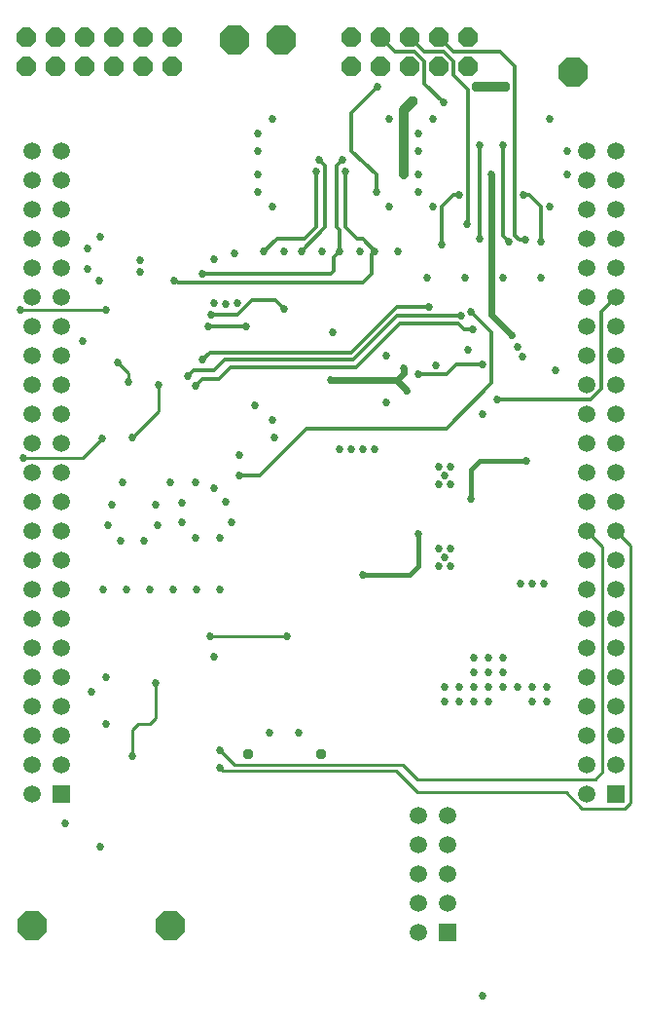
<source format=gbl>
G75*
G70*
%OFA0B0*%
%FSLAX24Y24*%
%IPPOS*%
%LPD*%
%AMOC8*
5,1,8,0,0,1.08239X$1,22.5*
%
%ADD10R,0.0591X0.0591*%
%ADD11C,0.0591*%
%ADD12OC8,0.1005*%
%ADD13OC8,0.0660*%
%ADD14C,0.0270*%
%ADD15C,0.0120*%
%ADD16C,0.0376*%
%ADD17C,0.0320*%
%ADD18C,0.0160*%
%ADD19C,0.0100*%
%ADD20C,0.0180*%
%ADD21C,0.0240*%
D10*
X005946Y008000D03*
X019196Y003250D03*
X024946Y008000D03*
D11*
X024946Y009000D03*
X024946Y010000D03*
X024946Y011000D03*
X024946Y012000D03*
X024946Y013000D03*
X024946Y014000D03*
X024946Y015000D03*
X024946Y016000D03*
X024946Y017000D03*
X024946Y018000D03*
X024946Y019000D03*
X024946Y020000D03*
X024946Y021000D03*
X024946Y022000D03*
X024946Y023000D03*
X024946Y024000D03*
X024946Y025000D03*
X024946Y026000D03*
X024946Y027000D03*
X024946Y028000D03*
X024946Y029000D03*
X024946Y030000D03*
X023946Y030000D03*
X023946Y029000D03*
X023946Y028000D03*
X023946Y027000D03*
X023946Y026000D03*
X023946Y025000D03*
X023946Y024000D03*
X023946Y023000D03*
X023946Y022000D03*
X023946Y021000D03*
X023946Y020000D03*
X023946Y019000D03*
X023946Y018000D03*
X023946Y017000D03*
X023946Y016000D03*
X023946Y015000D03*
X023946Y014000D03*
X023946Y013000D03*
X023946Y012000D03*
X023946Y011000D03*
X023946Y010000D03*
X023946Y009000D03*
X023946Y008000D03*
X019196Y007250D03*
X019196Y006250D03*
X019196Y005250D03*
X019196Y004250D03*
X018196Y004250D03*
X018196Y003250D03*
X018196Y005250D03*
X018196Y006250D03*
X018196Y007250D03*
X005946Y009000D03*
X005946Y010000D03*
X005946Y011000D03*
X005946Y012000D03*
X005946Y013000D03*
X005946Y014000D03*
X005946Y015000D03*
X005946Y016000D03*
X005946Y017000D03*
X005946Y018000D03*
X005946Y019000D03*
X005946Y020000D03*
X005946Y021000D03*
X005946Y022000D03*
X005946Y023000D03*
X005946Y024000D03*
X005946Y025000D03*
X005946Y026000D03*
X005946Y027000D03*
X005946Y028000D03*
X005946Y029000D03*
X005946Y030000D03*
X004946Y030000D03*
X004946Y029000D03*
X004946Y028000D03*
X004946Y027000D03*
X004946Y026000D03*
X004946Y025000D03*
X004946Y024000D03*
X004946Y023000D03*
X004946Y022000D03*
X004946Y021000D03*
X004946Y020000D03*
X004946Y019000D03*
X004946Y018000D03*
X004946Y017000D03*
X004946Y016000D03*
X004946Y015000D03*
X004946Y014000D03*
X004946Y013000D03*
X004946Y012000D03*
X004946Y011000D03*
X004946Y010000D03*
X004946Y009000D03*
X004946Y008000D03*
D12*
X004946Y003500D03*
X009696Y003500D03*
X023496Y032700D03*
X013496Y033800D03*
X011896Y033800D03*
D13*
X009746Y033900D03*
X009746Y032900D03*
X008746Y032900D03*
X008746Y033900D03*
X007746Y033900D03*
X007746Y032900D03*
X006746Y032900D03*
X006746Y033900D03*
X005746Y033900D03*
X005746Y032900D03*
X004746Y032900D03*
X004746Y033900D03*
X015896Y033900D03*
X015896Y032900D03*
X016896Y032900D03*
X016896Y033900D03*
X017896Y033900D03*
X017896Y032900D03*
X018896Y032900D03*
X018896Y033900D03*
X019896Y033900D03*
X019896Y032900D03*
D14*
X019046Y031650D03*
X018696Y031100D03*
X018196Y030600D03*
X018196Y030000D03*
X017696Y030000D03*
X017696Y029200D03*
X018196Y029200D03*
X018196Y028600D03*
X018696Y028100D03*
X019596Y028500D03*
X019846Y027500D03*
X020296Y027000D03*
X019796Y025650D03*
X019996Y024500D03*
X019646Y024350D03*
X020046Y023900D03*
X019896Y023200D03*
X020396Y022700D03*
X020896Y021500D03*
X020396Y021000D03*
X019296Y019200D03*
X019096Y018900D03*
X018896Y018600D03*
X019296Y018600D03*
X018896Y019200D03*
X019996Y018100D03*
X019296Y016400D03*
X019096Y016100D03*
X018896Y015800D03*
X019296Y015800D03*
X018896Y016400D03*
X018196Y016900D03*
X016296Y015500D03*
X019096Y011650D03*
X019096Y011150D03*
X019596Y011150D03*
X019596Y011650D03*
X020096Y011650D03*
X020096Y012150D03*
X020096Y012650D03*
X020596Y012650D03*
X020596Y012150D03*
X020596Y011650D03*
X020596Y011150D03*
X020096Y011150D03*
X021096Y011650D03*
X021096Y012150D03*
X021096Y012650D03*
X021596Y011650D03*
X022096Y011650D03*
X022096Y011150D03*
X022596Y011150D03*
X022596Y011650D03*
X022496Y015200D03*
X022096Y015200D03*
X021696Y015200D03*
X021896Y019400D03*
X022896Y022500D03*
X021746Y022950D03*
X021596Y023300D03*
X021396Y023700D03*
X021096Y025650D03*
X021296Y026900D03*
X021846Y026950D03*
X022396Y026900D03*
X022696Y028100D03*
X021796Y028500D03*
X020696Y029200D03*
X020296Y030200D03*
X021096Y030200D03*
X022696Y031100D03*
X023296Y030000D03*
X023296Y029200D03*
X022396Y025650D03*
X018996Y026800D03*
X018496Y025650D03*
X018546Y024650D03*
X018796Y022650D03*
X018196Y022350D03*
X017696Y022550D03*
X017096Y023000D03*
X017796Y021800D03*
X017096Y021400D03*
X016696Y019800D03*
X016296Y019800D03*
X015896Y019800D03*
X015496Y019800D03*
X015196Y022150D03*
X015246Y023800D03*
X013596Y024600D03*
X012296Y024000D03*
X011996Y024800D03*
X011596Y024750D03*
X011196Y024800D03*
X011096Y024400D03*
X010996Y024000D03*
X010806Y022860D03*
X010296Y022300D03*
X010546Y021950D03*
X009296Y022000D03*
X008246Y022100D03*
X007896Y022750D03*
X006696Y023500D03*
X007496Y024550D03*
X007246Y025550D03*
X006846Y025950D03*
X006846Y026650D03*
X007296Y027050D03*
X008646Y026250D03*
X008646Y025850D03*
X009816Y025580D03*
X010796Y025800D03*
X011196Y026300D03*
X011896Y026500D03*
X012896Y026550D03*
X013596Y026550D03*
X014196Y026550D03*
X014896Y026550D03*
X015496Y026550D03*
X016196Y026550D03*
X016696Y026550D03*
X017496Y026550D03*
X017196Y028100D03*
X016746Y028600D03*
X015696Y029300D03*
X015596Y029700D03*
X014796Y029700D03*
X014696Y029300D03*
X013196Y028100D03*
X012696Y028600D03*
X012696Y029200D03*
X012696Y030000D03*
X012696Y030600D03*
X013196Y031100D03*
X016796Y032200D03*
X017196Y031100D03*
X012596Y021300D03*
X013196Y020800D03*
X013246Y020200D03*
X012046Y019600D03*
X012046Y018900D03*
X011596Y018000D03*
X011196Y018450D03*
X010546Y018650D03*
X010096Y017950D03*
X010096Y017300D03*
X010546Y016750D03*
X011396Y016750D03*
X011796Y017300D03*
X011396Y015000D03*
X010596Y015000D03*
X009796Y015000D03*
X008996Y015000D03*
X008196Y015000D03*
X007396Y015000D03*
X007996Y016650D03*
X007546Y017200D03*
X007696Y017900D03*
X008046Y018650D03*
X009196Y017900D03*
X009246Y017200D03*
X008796Y016650D03*
X009696Y018650D03*
X008396Y020200D03*
X007346Y020150D03*
X004646Y019500D03*
X004546Y024550D03*
X011046Y013400D03*
X011196Y012700D03*
X013096Y010100D03*
X014096Y010100D03*
X013696Y013400D03*
X011396Y009500D03*
X011396Y008900D03*
X009196Y011800D03*
X007496Y012000D03*
X006996Y011500D03*
X007496Y010400D03*
X008396Y009300D03*
X007296Y006200D03*
X006096Y007000D03*
X020396Y001100D03*
D15*
X012746Y018900D02*
X012046Y018900D01*
X012746Y018900D02*
X014346Y020500D01*
X019146Y020500D01*
X020696Y022050D01*
X020696Y023800D01*
X019996Y024500D01*
X019646Y024350D02*
X017446Y024350D01*
X015946Y022850D01*
X011546Y022850D01*
X011196Y022500D01*
X010496Y022500D01*
X010296Y022300D01*
X010546Y021950D02*
X010796Y022200D01*
X011346Y022200D01*
X011746Y022600D01*
X016046Y022600D01*
X017546Y024100D01*
X019546Y024100D01*
X019746Y023900D01*
X020046Y023900D01*
X020396Y022700D02*
X019496Y022700D01*
X019146Y022350D01*
X018196Y022350D01*
X018546Y024650D02*
X017446Y024650D01*
X015896Y023100D01*
X011046Y023100D01*
X010806Y022860D01*
X010996Y024000D02*
X012296Y024000D01*
X011996Y024400D02*
X012496Y024900D01*
X013296Y024900D01*
X013596Y024600D01*
X014196Y026550D02*
X014996Y027400D01*
X014996Y029500D01*
X014796Y029700D01*
X014696Y029300D02*
X014696Y027400D01*
X014296Y027000D01*
X013346Y027000D01*
X012896Y026550D01*
X011996Y024400D02*
X011096Y024400D01*
X010796Y025800D02*
X015196Y025800D01*
X015296Y025900D01*
X015296Y026350D01*
X015496Y026550D01*
X015496Y027300D01*
X015396Y027400D01*
X015396Y029500D01*
X015596Y029700D01*
X015696Y029300D02*
X015696Y027400D01*
X016096Y027000D01*
X016296Y027000D01*
X016696Y026550D01*
X016596Y026450D01*
X016596Y025800D01*
X016296Y025500D01*
X010009Y025500D01*
X009816Y025580D01*
X015896Y030000D02*
X015896Y031300D01*
X016796Y032200D01*
X017396Y033400D02*
X016896Y033900D01*
X017396Y033400D02*
X018046Y033400D01*
X018396Y033050D01*
X018396Y032300D01*
X019046Y031650D01*
X019896Y032100D02*
X019396Y032600D01*
X019396Y033050D01*
X019046Y033400D01*
X018396Y033400D01*
X017896Y033900D01*
X018896Y033900D02*
X019396Y033400D01*
X020996Y033400D01*
X021496Y032900D01*
X021496Y027100D01*
X021646Y026950D01*
X021846Y026950D01*
X021296Y026900D02*
X021096Y027100D01*
X021096Y030200D01*
X020296Y030200D02*
X020296Y027000D01*
X019846Y027500D02*
X019896Y027550D01*
X019896Y032100D01*
X019596Y028500D02*
X019396Y028500D01*
X018996Y028100D01*
X018996Y026800D01*
X016746Y028600D02*
X016746Y029200D01*
X015896Y030000D01*
X020896Y021500D02*
X024096Y021500D01*
X024446Y021850D01*
X024446Y024500D01*
X024946Y025000D01*
X022396Y026900D02*
X022396Y028100D01*
X021996Y028500D01*
X021796Y028500D01*
D16*
X021146Y032200D03*
X020196Y032200D03*
X017996Y031700D03*
X014846Y009350D03*
X012346Y009350D03*
D17*
X017696Y029200D02*
X017696Y030000D01*
X017696Y031400D01*
X017996Y031700D01*
X020196Y032200D02*
X021146Y032200D01*
D18*
X021896Y019400D02*
X020296Y019400D01*
X019996Y019100D01*
X019996Y018100D01*
D19*
X023946Y017000D02*
X024496Y016450D01*
X024496Y008750D01*
X024246Y008500D01*
X018173Y008500D01*
X018146Y008500D01*
X017646Y009000D01*
X011896Y009000D01*
X011396Y009500D01*
X011396Y008900D02*
X011496Y008800D01*
X017423Y008800D01*
X018173Y008050D01*
X023246Y008050D01*
X023796Y007500D01*
X025246Y007500D01*
X025446Y007700D01*
X025446Y016500D01*
X024946Y017000D01*
X013696Y013400D02*
X011046Y013400D01*
X009196Y011800D02*
X009196Y010600D01*
X008996Y010400D01*
X008596Y010400D01*
X008396Y010200D01*
X008396Y009300D01*
X006696Y019500D02*
X004646Y019500D01*
X006696Y019500D02*
X007346Y020150D01*
X008396Y020200D02*
X009296Y021100D01*
X009296Y022000D01*
X008246Y022100D02*
X008246Y022400D01*
X007896Y022750D01*
X007496Y024550D02*
X004546Y024550D01*
D20*
X016296Y015500D02*
X017896Y015500D01*
X018196Y015800D01*
X018196Y016900D01*
D21*
X017796Y021800D02*
X017446Y022150D01*
X017696Y022400D01*
X017696Y022550D01*
X017446Y022150D02*
X015196Y022150D01*
X020696Y024400D02*
X021396Y023700D01*
X020696Y024400D02*
X020696Y029200D01*
M02*

</source>
